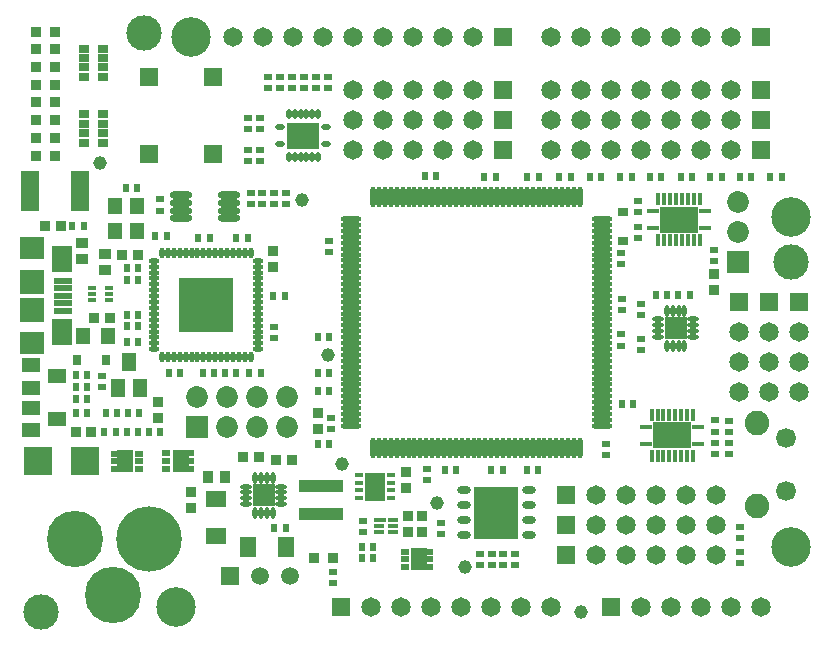
<source format=gbr>
G04 #@! TF.FileFunction,Soldermask,Top*
%FSLAX46Y46*%
G04 Gerber Fmt 4.6, Leading zero omitted, Abs format (unit mm)*
G04 Created by KiCad (PCBNEW 4.0.2+e4-6225~38~ubuntu16.04.1-stable) date jue 21 jul 2016 15:57:36 CEST*
%MOMM*%
G01*
G04 APERTURE LIST*
%ADD10C,0.100000*%
%ADD11O,0.450000X0.850000*%
%ADD12O,0.850000X0.450000*%
%ADD13R,2.702700X2.194700*%
%ADD14R,1.750200X2.258200*%
%ADD15R,1.496200X0.556400*%
%ADD16R,2.055000X1.953400*%
%ADD17R,2.055000X2.055000*%
%ADD18C,4.770000*%
%ADD19C,5.530000*%
%ADD20R,2.385200X2.385200*%
%ADD21R,1.547000X1.166000*%
%ADD22R,0.810400X0.962800*%
%ADD23R,0.607200X0.658000*%
%ADD24R,0.962800X0.810400*%
%ADD25R,0.658000X0.607200*%
%ADD26R,1.166000X1.547000*%
%ADD27R,0.708800X0.835800*%
%ADD28R,1.267600X1.420000*%
%ADD29R,1.267600X1.394600*%
%ADD30R,0.658000X0.454800*%
%ADD31R,1.064400X0.962800*%
%ADD32R,1.166000X1.356500*%
%ADD33R,0.950100X0.950100*%
%ADD34R,1.547000X1.648600*%
%ADD35R,1.650000X1.650000*%
%ADD36C,1.650000*%
%ADD37R,0.797700X0.556400*%
%ADD38R,1.445400X1.851800*%
%ADD39O,1.953400X0.594500*%
%ADD40R,0.950100X1.039000*%
%ADD41R,1.775600X1.343800*%
%ADD42R,1.750200X1.343800*%
%ADD43O,0.998360X0.429400*%
%ADD44O,1.000900X0.429400*%
%ADD45O,0.429400X1.000900*%
%ADD46R,1.851800X1.851800*%
%ADD47R,1.343800X1.775600*%
%ADD48R,1.343800X1.750200*%
%ADD49R,1.520000X1.520000*%
%ADD50C,1.520000*%
%ADD51R,0.797700X0.454800*%
%ADD52R,1.750200X2.397900*%
%ADD53R,3.845700X1.127900*%
%ADD54R,1.000900X0.429400*%
%ADD55R,0.899300X0.429400*%
%ADD56C,1.690000*%
%ADD57C,2.080000*%
%ADD58R,3.198000X2.194700*%
%ADD59R,0.429400X1.000900*%
%ADD60R,1.850000X1.850000*%
%ADD61C,1.850000*%
%ADD62O,0.950100X0.429400*%
%ADD63O,0.429400X0.950100*%
%ADD64R,4.645800X4.645800*%
%ADD65O,1.191400X0.594500*%
%ADD66R,3.756800X4.455300*%
%ADD67C,3.350000*%
%ADD68C,3.000000*%
%ADD69R,1.650000X3.350400*%
%ADD70R,0.840000X0.710000*%
%ADD71R,0.962800X0.658000*%
%ADD72O,1.800000X0.450000*%
%ADD73O,0.450000X1.800000*%
%ADD74C,0.890000*%
%ADD75C,1.166000*%
G04 APERTURE END LIST*
D10*
D11*
X23520000Y44320000D03*
X24020000Y44320000D03*
X24520000Y44320000D03*
X25020000Y44320000D03*
X25520000Y44320000D03*
X26020000Y44320000D03*
D12*
X26720000Y43240000D03*
X22820000Y43240000D03*
X26720000Y41740000D03*
D11*
X26020000Y40660000D03*
X25520000Y40660000D03*
X25020000Y40660000D03*
X24520000Y40660000D03*
X24020000Y40660000D03*
X23520000Y40660000D03*
D12*
X22820000Y41740000D03*
D13*
X24770000Y42490000D03*
D14*
X4319500Y25821200D03*
D15*
X4433800Y27624600D03*
X4433800Y28272300D03*
X4433800Y30215400D03*
X4433800Y29567700D03*
X4433800Y28920000D03*
D14*
X4319500Y32018800D03*
D16*
X1779500Y24906800D03*
D17*
X1779500Y27713500D03*
X1779500Y30126500D03*
D16*
X1779500Y32933200D03*
D18*
X5410200Y8356600D03*
D19*
X11658600Y8356600D03*
D18*
X8661400Y3556000D03*
D20*
X2286000Y14909800D03*
X6248400Y14909800D03*
D21*
X1699240Y19440000D03*
X1699240Y17540000D03*
X3944600Y18490000D03*
D22*
X5473700Y17399000D03*
X6819900Y17399000D03*
D23*
X8864600Y17399000D03*
X7924800Y17399000D03*
X9817100Y17399000D03*
X10756900Y17399000D03*
X11722100Y17399000D03*
X12661900Y17399000D03*
X6464300Y18999200D03*
X5524500Y18999200D03*
X8966200Y18999200D03*
X8026400Y18999200D03*
X10871200Y18999200D03*
X9931400Y18999200D03*
D24*
X12496800Y19926300D03*
X12496800Y18580100D03*
D23*
X5524500Y20193000D03*
X6464300Y20193000D03*
D21*
X1699240Y23060000D03*
X1699240Y21160000D03*
X3944600Y22110000D03*
D23*
X6464300Y21209000D03*
X5524500Y21209000D03*
X6464300Y22199600D03*
X5524500Y22199600D03*
D25*
X7696200Y21234400D03*
X7696200Y22174200D03*
D26*
X9060000Y21099240D03*
X10960000Y21099240D03*
X10010000Y23344600D03*
D27*
X5626100Y23520400D03*
X8039100Y23520400D03*
D23*
X9830100Y25000000D03*
X10769900Y25000000D03*
D28*
X6108700Y25552400D03*
D29*
X8216900Y25552400D03*
D22*
X8394700Y27012900D03*
X7048500Y27012900D03*
D23*
X10782300Y26403300D03*
X9817100Y26403300D03*
X9817100Y27305000D03*
X10782300Y27305000D03*
D30*
X6858000Y28600400D03*
X8280400Y28600400D03*
X8280400Y29616400D03*
X6858000Y29108400D03*
X8280400Y29108400D03*
X6858000Y29616400D03*
D23*
X9817100Y30302200D03*
X10756900Y30302200D03*
X10769600Y31292800D03*
X9804400Y31292800D03*
D22*
X10756900Y32410400D03*
X9410700Y32410400D03*
D31*
X7975600Y31089600D03*
X7975600Y32461200D03*
X5994400Y32016700D03*
X5994400Y33388300D03*
D22*
X2870200Y34874200D03*
X4216400Y34874200D03*
D23*
X6172200Y34874200D03*
X5207000Y34874200D03*
D32*
X10693400Y36550600D03*
X10693400Y34442400D03*
X8788400Y34442400D03*
X8788400Y36550600D03*
D23*
X10680700Y38036500D03*
X9715500Y38036500D03*
D33*
X3700100Y40800000D03*
X2099900Y40800000D03*
X3700100Y42300000D03*
X2099900Y42300000D03*
X3700100Y43800000D03*
X2099900Y43800000D03*
X3720100Y45300000D03*
X2119900Y45300000D03*
X3700100Y46800000D03*
X2099900Y46800000D03*
X3700100Y48300000D03*
X2099900Y48300000D03*
X3700100Y49800000D03*
X2099900Y49800000D03*
X3700100Y51300000D03*
X2099900Y51300000D03*
D34*
X11700000Y47451200D03*
X11700000Y40948800D03*
X17100000Y47451200D03*
X17100000Y40948800D03*
D25*
X20104100Y43014900D03*
X20104100Y43980100D03*
X21094700Y43980100D03*
X21094700Y43014900D03*
X20100000Y41282600D03*
X20100000Y40317400D03*
X21094700Y41287700D03*
X21094700Y40322500D03*
X21793200Y46520100D03*
X21793200Y47485300D03*
X22796500Y46520100D03*
X22796500Y47485300D03*
X23799800Y46520100D03*
X23799800Y47485300D03*
X24800000Y46517400D03*
X24800000Y47482600D03*
X25793700Y46520100D03*
X25793700Y47485300D03*
X26809700Y46520100D03*
X26809700Y47485300D03*
X12598400Y36118800D03*
X12598400Y37084000D03*
X20294600Y36728400D03*
X20294600Y37668200D03*
X21297900Y37668200D03*
X21297900Y36728400D03*
X22301200Y37668200D03*
X22301200Y36728400D03*
X23304500Y36728400D03*
X23304500Y37668200D03*
D35*
X41656000Y50800000D03*
D36*
X39116000Y50800000D03*
X36576000Y50800000D03*
X34036000Y50800000D03*
X31496000Y50800000D03*
X28956000Y50800000D03*
X26416000Y50800000D03*
X23876000Y50800000D03*
X21336000Y50800000D03*
X18796000Y50800000D03*
D35*
X41656000Y46355000D03*
D36*
X39116000Y46355000D03*
X36576000Y46355000D03*
X34036000Y46355000D03*
X31496000Y46355000D03*
X28956000Y46355000D03*
D35*
X41656000Y43815000D03*
D36*
X39116000Y43815000D03*
X36576000Y43815000D03*
X34036000Y43815000D03*
X31496000Y43815000D03*
X28956000Y43815000D03*
D35*
X41656000Y41275000D03*
D36*
X39116000Y41275000D03*
X36576000Y41275000D03*
X34036000Y41275000D03*
X31496000Y41275000D03*
X28956000Y41275000D03*
D35*
X63500000Y50800000D03*
D36*
X60960000Y50800000D03*
X58420000Y50800000D03*
X55880000Y50800000D03*
X53340000Y50800000D03*
X50800000Y50800000D03*
X48260000Y50800000D03*
X45720000Y50800000D03*
D35*
X63500000Y46355000D03*
D36*
X60960000Y46355000D03*
X58420000Y46355000D03*
X55880000Y46355000D03*
X53340000Y46355000D03*
X50800000Y46355000D03*
X48260000Y46355000D03*
X45720000Y46355000D03*
D35*
X63500000Y43815000D03*
D36*
X60960000Y43815000D03*
X58420000Y43815000D03*
X55880000Y43815000D03*
X53340000Y43815000D03*
X50800000Y43815000D03*
X48260000Y43815000D03*
X45720000Y43815000D03*
D35*
X63500000Y41275000D03*
D36*
X60960000Y41275000D03*
X58420000Y41275000D03*
X55880000Y41275000D03*
X53340000Y41275000D03*
X50800000Y41275000D03*
X48260000Y41275000D03*
X45720000Y41275000D03*
D23*
X13182600Y33959800D03*
X12217400Y33959800D03*
X16827500Y33845500D03*
X15862300Y33845500D03*
X20066000Y33807400D03*
X19100800Y33807400D03*
D37*
X10845800Y14249400D03*
X10845800Y14897100D03*
X10845800Y15544800D03*
X8813800Y15544800D03*
X8813800Y14897100D03*
X8813800Y14249400D03*
D38*
X9626600Y14897100D03*
D37*
X13157200Y15582900D03*
X13157200Y14935200D03*
X13157200Y14287500D03*
X15189200Y14287500D03*
X15189200Y14935200D03*
X15189200Y15582900D03*
D38*
X14376400Y14935200D03*
D39*
X18503900Y35471100D03*
X18503900Y36131500D03*
X18503900Y36791900D03*
X18503900Y37452300D03*
X14363700Y37452300D03*
X14363700Y36791900D03*
X14363700Y36131500D03*
X14363700Y35471100D03*
D24*
X22225000Y32715200D03*
X22225000Y31369000D03*
D23*
X22212300Y28905200D03*
X23177500Y28905200D03*
D25*
X22301200Y26289000D03*
X22301200Y25323800D03*
D23*
X14325600Y22428200D03*
X13360400Y22428200D03*
X17170400Y22402800D03*
X16230600Y22402800D03*
X18122900Y22402800D03*
X19062700Y22402800D03*
X20180300Y22402800D03*
X21145500Y22402800D03*
D40*
X16700500Y13601700D03*
X18097500Y13601700D03*
D22*
X19621500Y15303500D03*
X20967700Y15303500D03*
X22428200Y14998700D03*
X23774400Y14998700D03*
D24*
X15290800Y12280900D03*
X15290800Y10934700D03*
D41*
X17386300Y11760200D03*
D42*
X17386300Y8559800D03*
D43*
X22893020Y11277600D03*
D44*
X22893020Y11772900D03*
X22893020Y12280900D03*
X22893020Y12776200D03*
D45*
X22161500Y13507720D03*
X21666200Y13507720D03*
X21158200Y13512800D03*
X20662900Y13507720D03*
D44*
X19931380Y12776200D03*
X19931380Y12280900D03*
X19931380Y11772900D03*
X19931380Y11277600D03*
D45*
X20662900Y10546080D03*
X21158200Y10546080D03*
X21666200Y10546080D03*
X22161500Y10546080D03*
D46*
X21412200Y12026900D03*
D23*
X23266400Y9271000D03*
X22301200Y9271000D03*
D47*
X23266400Y7632700D03*
D48*
X20066000Y7632700D03*
D49*
X18554700Y5207000D03*
D50*
X21094700Y5207000D03*
X23634700Y5207000D03*
D33*
X27292300Y6731000D03*
X25692100Y6731000D03*
D25*
X27292300Y4622800D03*
X27292300Y5562600D03*
D51*
X32181800Y11804650D03*
X32181800Y12452350D03*
X32181800Y13100050D03*
X32181800Y13747750D03*
X29438600Y13747750D03*
X29438600Y13100050D03*
X29438600Y12452350D03*
X29438600Y11804650D03*
D52*
X30810200Y12776200D03*
D24*
X33489900Y12649200D03*
X33489900Y13995400D03*
D25*
X35255200Y14287500D03*
X35255200Y13322300D03*
D23*
X37680900Y14198600D03*
X36715700Y14198600D03*
X35039300Y39103300D03*
X36004500Y39103300D03*
X41046400Y39001700D03*
X40081200Y39001700D03*
X44678600Y39001700D03*
X43713400Y39001700D03*
X47383700Y39001700D03*
X46418500Y39001700D03*
X49009300Y39001700D03*
X49974500Y39001700D03*
X51612800Y39001700D03*
X52578000Y39001700D03*
X55079900Y39001700D03*
X54114700Y39001700D03*
X56718200Y39001700D03*
X57683400Y39001700D03*
X65278000Y39001700D03*
X64312800Y39001700D03*
X60172600Y38989000D03*
X59207400Y38989000D03*
X61722000Y39001700D03*
X62687200Y39001700D03*
D25*
X29794200Y9867900D03*
X29794200Y8928100D03*
D53*
X26250900Y12807950D03*
X26250900Y10433050D03*
D54*
X31254700Y9906000D03*
D55*
X31203900Y9398000D03*
X31203900Y8890000D03*
X32346900Y8890000D03*
X32346900Y9398000D03*
X32346900Y9906000D03*
D23*
X30670500Y7696200D03*
X29730700Y7696200D03*
X30670500Y6705600D03*
X29730700Y6705600D03*
D24*
X33604200Y10248900D03*
X33604200Y8902700D03*
X34810700Y10248900D03*
X34810700Y8902700D03*
D37*
X33375600Y7251700D03*
X33375600Y6604000D03*
X33375600Y5956300D03*
X35407600Y5956300D03*
X35407600Y6604000D03*
X35407600Y7251700D03*
D38*
X34594800Y6604000D03*
D25*
X36398200Y8724900D03*
X36398200Y9690100D03*
D23*
X40678100Y14185900D03*
X41643300Y14185900D03*
X44665900Y14198600D03*
X43726100Y14198600D03*
D25*
X39700200Y6121400D03*
X39700200Y7061200D03*
X40703500Y6121400D03*
X40703500Y7061200D03*
X41694100Y6121400D03*
X41694100Y7061200D03*
X42697400Y6121400D03*
X42697400Y7061200D03*
D35*
X46990000Y6985000D03*
D36*
X49530000Y6985000D03*
X52070000Y6985000D03*
X54610000Y6985000D03*
X57150000Y6985000D03*
X59690000Y6985000D03*
D35*
X46990000Y12065000D03*
D36*
X49530000Y12065000D03*
X52070000Y12065000D03*
X54610000Y12065000D03*
X57150000Y12065000D03*
X59690000Y12065000D03*
D35*
X46990000Y9525000D03*
D36*
X49530000Y9525000D03*
X52070000Y9525000D03*
X54610000Y9525000D03*
X57150000Y9525000D03*
X59690000Y9525000D03*
D25*
X61696600Y6324600D03*
X61696600Y7264400D03*
X61696600Y9372600D03*
X61696600Y8432800D03*
X60794900Y16471900D03*
X60794900Y15532100D03*
X60794900Y17424400D03*
X60794900Y18364200D03*
D56*
X65659000Y16891000D03*
X65659000Y12382500D03*
D57*
X63157100Y18148300D03*
X63157100Y11137900D03*
D25*
X59601100Y17411700D03*
X59601100Y18376900D03*
X59601100Y15519400D03*
X59601100Y16484600D03*
D58*
X55994300Y17106900D03*
D59*
X54749700Y15392400D03*
X54241700Y15392400D03*
X54241700Y18821400D03*
X54749700Y18821400D03*
X57746900Y15392400D03*
X57238900Y15392400D03*
X56743600Y15392400D03*
X56241950Y15392400D03*
X55746650Y15392400D03*
X55245000Y15392400D03*
D54*
X53771800Y16357600D03*
X58216800Y16357600D03*
X53771800Y17856200D03*
D59*
X55245000Y18821400D03*
X55746650Y18821400D03*
X56241950Y18821400D03*
X56743600Y18821400D03*
X57238900Y18821400D03*
X57746900Y18821400D03*
D54*
X58216800Y17856200D03*
D25*
X50368200Y16383000D03*
X50368200Y15417800D03*
D23*
X51727100Y19799300D03*
X52666900Y19799300D03*
D25*
X53098700Y36982400D03*
X53098700Y36017200D03*
X53098700Y34772600D03*
X53098700Y33807400D03*
D58*
X56565800Y35382200D03*
D59*
X57810400Y37096700D03*
X58318400Y37096700D03*
X58318400Y33667700D03*
X57810400Y33667700D03*
X54813200Y37096700D03*
X55321200Y37096700D03*
X55816500Y37096700D03*
X56318150Y37096700D03*
X56813450Y37096700D03*
X57315100Y37096700D03*
D54*
X58788300Y36131500D03*
X54343300Y36131500D03*
X58788300Y34632900D03*
D59*
X57315100Y33667700D03*
X56813450Y33667700D03*
X56318150Y33667700D03*
X55816500Y33667700D03*
X55321200Y33667700D03*
X54813200Y33667700D03*
D54*
X54343300Y34632900D03*
D60*
X61569600Y31788100D03*
D61*
X61569600Y34328100D03*
X61569600Y36868100D03*
D25*
X51689000Y31610300D03*
X51689000Y32575500D03*
X59490000Y31830100D03*
X59490000Y32769900D03*
D24*
X59499500Y29425900D03*
X59499500Y30772100D03*
D35*
X66738500Y28422600D03*
D36*
X66738500Y25882600D03*
X66738500Y23342600D03*
X66738500Y20802600D03*
D35*
X64198500Y28422600D03*
D36*
X64198500Y25882600D03*
X64198500Y23342600D03*
X64198500Y20802600D03*
D35*
X61658500Y28422600D03*
D36*
X61658500Y25882600D03*
X61658500Y23342600D03*
X61658500Y20802600D03*
D25*
X51701700Y27711400D03*
X51701700Y28676600D03*
D23*
X55587900Y29006800D03*
X54622700Y29006800D03*
X57480200Y29006800D03*
X56515000Y29006800D03*
D25*
X53390800Y27330400D03*
X53390800Y28270200D03*
X51689000Y25679400D03*
X51689000Y24714200D03*
X53390800Y25273000D03*
X53390800Y24333200D03*
D43*
X54792880Y26936700D03*
D44*
X54792880Y26441400D03*
X54792880Y25933400D03*
X54792880Y25438100D03*
D45*
X55524400Y24706580D03*
X56019700Y24706580D03*
X56527700Y24701500D03*
X57023000Y24706580D03*
D44*
X57754520Y25438100D03*
X57754520Y25933400D03*
X57754520Y26441400D03*
X57754520Y26936700D03*
D45*
X57023000Y27668220D03*
X56527700Y27668220D03*
X56019700Y27668220D03*
X55524400Y27668220D03*
D46*
X56273700Y26187400D03*
D25*
X26936700Y32613600D03*
X26936700Y33578800D03*
D23*
X26022300Y25400000D03*
X26962100Y25400000D03*
X26974800Y22390100D03*
X26009600Y22390100D03*
X26974800Y20904200D03*
X26009600Y20904200D03*
D24*
X25996900Y17627600D03*
X25996900Y18973800D03*
D25*
X27101800Y17614900D03*
X27101800Y18580100D03*
D23*
X26962100Y16395700D03*
X26022300Y16395700D03*
D62*
X12141200Y31889700D03*
X12141200Y31381700D03*
X12141200Y30886400D03*
X12141200Y30391100D03*
X12141200Y29893200D03*
X12141200Y29387800D03*
X12141200Y28892500D03*
X12141200Y28397200D03*
X12141200Y27896820D03*
X12141200Y27391360D03*
X12141200Y26898600D03*
X12141200Y26394410D03*
X12141200Y25890220D03*
X12141200Y25394920D03*
X12141200Y24904700D03*
X12141200Y24396700D03*
D63*
X12798100Y23736300D03*
X13298100Y23736300D03*
X13798100Y23736300D03*
X14298100Y23736300D03*
X14798100Y23736300D03*
X15298100Y23736300D03*
X15798100Y23736300D03*
X16298100Y23736300D03*
X16798100Y23736300D03*
X17298100Y23736300D03*
X17798100Y23736300D03*
X18298100Y23736300D03*
X18798100Y23736300D03*
X19298100Y23736300D03*
X19798100Y23736300D03*
X20298100Y23736300D03*
D62*
X20955000Y24396700D03*
X20955000Y24904700D03*
X20955000Y25400000D03*
X20955000Y25893200D03*
X20955000Y26394410D03*
X20955000Y26898600D03*
X20955000Y27393200D03*
X20952460Y27896820D03*
X20955000Y28397200D03*
X20955000Y28892500D03*
X20955000Y29387800D03*
X20955000Y29883100D03*
X20955000Y30391100D03*
X20955000Y30886400D03*
X20955000Y31381700D03*
X20955000Y31889700D03*
D63*
X20307300Y32550100D03*
X19799300Y32550100D03*
X19291300Y32550100D03*
X18796000Y32550100D03*
X18288000Y32550100D03*
X17792700Y32550100D03*
X17297400Y32550100D03*
X16802100Y32550100D03*
X16294100Y32550100D03*
X15798800Y32550100D03*
X15303500Y32550100D03*
X14808200Y32550100D03*
X14300200Y32550100D03*
X13804900Y32550100D03*
X13309600Y32550100D03*
X12801600Y32550100D03*
D64*
X16548100Y28143200D03*
D35*
X27940000Y2540000D03*
D36*
X30480000Y2540000D03*
X33020000Y2540000D03*
X35560000Y2540000D03*
X38100000Y2540000D03*
X40640000Y2540000D03*
X43180000Y2540000D03*
X45720000Y2540000D03*
D35*
X50800000Y2540000D03*
D36*
X53340000Y2540000D03*
X55880000Y2540000D03*
X58420000Y2540000D03*
X60960000Y2540000D03*
X63500000Y2540000D03*
D65*
X43855900Y8665000D03*
X43855900Y9935000D03*
X43855900Y11205000D03*
X43855900Y12475000D03*
X38344100Y12475000D03*
X38344100Y11205000D03*
X38344100Y9935000D03*
X38344100Y8665000D03*
D66*
X41100000Y10570000D03*
D60*
X15786100Y17830800D03*
D61*
X15786100Y20370800D03*
X18326100Y17830800D03*
X18326100Y20370800D03*
X20866100Y17830800D03*
X20866100Y20370800D03*
X23406100Y17830800D03*
X23406100Y20370800D03*
D67*
X15240000Y50800000D03*
D68*
X11303000Y51155600D03*
D69*
X1650000Y37760000D03*
X5890000Y37760000D03*
D67*
X66040000Y35560000D03*
D68*
X66065400Y31750000D03*
D70*
X51810000Y35990000D03*
X51810000Y33550000D03*
D67*
X66040000Y7620000D03*
X13970000Y2540000D03*
D68*
X2540000Y2159000D03*
D71*
X7759700Y47459900D03*
X7759700Y49060100D03*
X7759700Y48260000D03*
X7759700Y49860200D03*
X6159500Y48260000D03*
X6159500Y47459900D03*
X6159500Y49060100D03*
X6159500Y49860200D03*
X7759700Y41884600D03*
X7759700Y43484800D03*
X7759700Y42684700D03*
X7759700Y44284900D03*
X6159500Y42684700D03*
X6159500Y41884600D03*
X6159500Y43484800D03*
X6159500Y44284900D03*
D72*
X28820800Y35420000D03*
X28820800Y34920000D03*
X28820800Y34420000D03*
X28820800Y33920000D03*
X28820800Y33420000D03*
X28820800Y32920000D03*
X28820800Y32420000D03*
X28820800Y31920000D03*
X28820800Y31420000D03*
X28820800Y30920000D03*
X28820800Y30420000D03*
X28820800Y29920000D03*
X28820800Y29420000D03*
X28820800Y28920000D03*
X28820800Y28420000D03*
X28820800Y27920000D03*
X28820800Y27420000D03*
X28820800Y26920000D03*
X28820800Y26420000D03*
X28820800Y25920000D03*
X28820800Y25420000D03*
X28820800Y24920000D03*
X28820800Y24420000D03*
X28820800Y23920000D03*
X28820800Y23420000D03*
X28820800Y22920000D03*
X28820800Y22420000D03*
X28820800Y21920000D03*
X28820800Y21420000D03*
X28820800Y20920000D03*
X28820800Y20420000D03*
X28820800Y19920000D03*
X28820800Y19420000D03*
X28820800Y18920000D03*
X28820800Y18420000D03*
X28820800Y17920000D03*
D73*
X30670800Y16070000D03*
X31170800Y16070000D03*
X31670800Y16070000D03*
X32170800Y16070000D03*
X32670800Y16070000D03*
X33170800Y16070000D03*
X33670800Y16070000D03*
X34170800Y16070000D03*
X34670800Y16070000D03*
X35170800Y16070000D03*
X35670800Y16070000D03*
X36170800Y16070000D03*
X36670800Y16070000D03*
X37170800Y16070000D03*
X37670800Y16070000D03*
X38170800Y16070000D03*
X38670800Y16070000D03*
X39170800Y16070000D03*
X39670800Y16070000D03*
X40170800Y16070000D03*
X40670800Y16070000D03*
X41170800Y16070000D03*
X41670800Y16070000D03*
X42170800Y16070000D03*
X42670800Y16070000D03*
X43170800Y16070000D03*
X43670800Y16070000D03*
X44170800Y16070000D03*
X44670800Y16070000D03*
X45170800Y16070000D03*
X45670800Y16070000D03*
X46170800Y16070000D03*
X46670800Y16070000D03*
X47170800Y16070000D03*
X47670800Y16070000D03*
X48170800Y16070000D03*
D72*
X50020800Y17920000D03*
X50020800Y18420000D03*
X50020800Y18920000D03*
X50020800Y19420000D03*
X50020800Y19920000D03*
X50020800Y20420000D03*
X50020800Y20920000D03*
X50020800Y21420000D03*
X50020800Y21920000D03*
X50020800Y22420000D03*
X50020800Y22920000D03*
X50020800Y23420000D03*
X50020800Y23920000D03*
X50020800Y24420000D03*
X50020800Y24920000D03*
X50020800Y25420000D03*
X50020800Y25920000D03*
X50020800Y26420000D03*
X50020800Y26920000D03*
X50020800Y27420000D03*
X50020800Y27920000D03*
X50020800Y28420000D03*
X50020800Y28920000D03*
X50020800Y29420000D03*
X50020800Y29920000D03*
X50020800Y30420000D03*
X50020800Y30920000D03*
X50020800Y31420000D03*
X50020800Y31920000D03*
X50020800Y32420000D03*
X50020800Y32920000D03*
X50020800Y33420000D03*
X50020800Y33920000D03*
X50020800Y34420000D03*
X50020800Y34920000D03*
X50020800Y35420000D03*
D73*
X48170800Y37270000D03*
X47670800Y37270000D03*
X47170800Y37270000D03*
X46670800Y37270000D03*
X46170800Y37270000D03*
X45670800Y37270000D03*
X45170800Y37270000D03*
X44670800Y37270000D03*
X44170800Y37270000D03*
X43670800Y37270000D03*
X43170800Y37270000D03*
X42670800Y37270000D03*
X42170800Y37270000D03*
X41670800Y37270000D03*
X41170800Y37270000D03*
X40670800Y37270000D03*
X40170800Y37270000D03*
X39670800Y37270000D03*
X39170800Y37270000D03*
X38670800Y37270000D03*
X38170800Y37270000D03*
X37670800Y37270000D03*
X37170800Y37270000D03*
X36670800Y37270000D03*
X36170800Y37270000D03*
X35670800Y37270000D03*
X35170800Y37270000D03*
X34670800Y37270000D03*
X34170800Y37270000D03*
X33670800Y37270000D03*
X33170800Y37270000D03*
X32670800Y37270000D03*
X32170800Y37270000D03*
X31670800Y37270000D03*
X31170800Y37270000D03*
X30670800Y37270000D03*
D74*
X23990000Y43000000D03*
X25500000Y43000000D03*
X24000000Y41900000D03*
X25500000Y41900000D03*
X20910000Y12530000D03*
X21910000Y12530000D03*
X21420000Y12030000D03*
X20910000Y11530000D03*
X21910000Y11530000D03*
X55470000Y35940000D03*
X56570000Y35940000D03*
X57670000Y35950000D03*
X55470000Y34840000D03*
X56570000Y34840000D03*
X57670000Y34840000D03*
X54900000Y17650000D03*
X56000000Y17640000D03*
X57090000Y17650000D03*
X54900000Y16550000D03*
X56000000Y16550000D03*
X57100000Y16550000D03*
X55770000Y26610000D03*
X56770000Y26620000D03*
X56280000Y26190000D03*
X55770000Y25690000D03*
X56770000Y25690000D03*
D75*
X7569200Y40182800D03*
X24650700Y36995100D03*
X26873200Y23888700D03*
X28067000Y14693900D03*
X36068000Y11391900D03*
X38468300Y5994400D03*
X48290000Y2140000D03*
M02*

</source>
